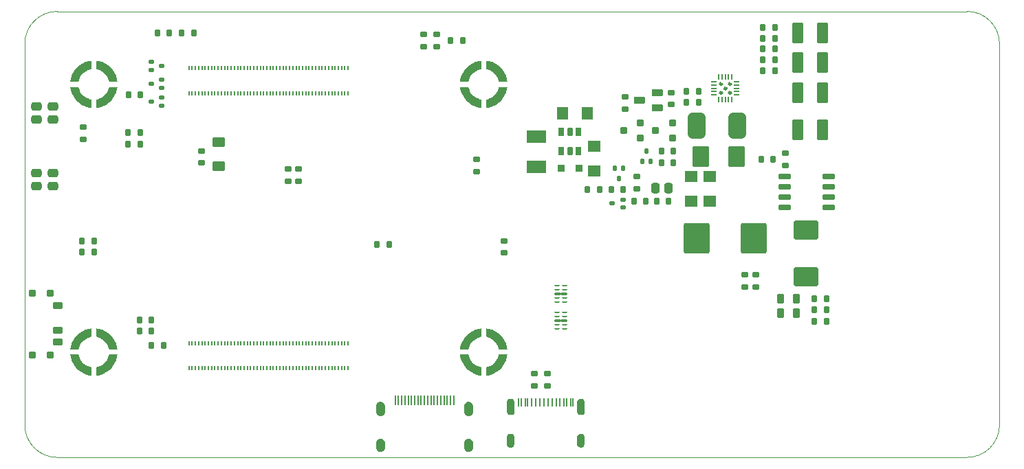
<source format=gtp>
G04*
G04 #@! TF.GenerationSoftware,Altium Limited,Altium Designer,22.2.1 (43)*
G04*
G04 Layer_Color=8421504*
%FSAX44Y44*%
%MOMM*%
G71*
G04*
G04 #@! TF.SameCoordinates,6FBE58D4-8AA7-4130-90BE-7BA939E9B375*
G04*
G04*
G04 #@! TF.FilePolarity,Positive*
G04*
G01*
G75*
%ADD12C,0.3000*%
%ADD19C,0.1000*%
G04:AMPARAMS|DCode=20|XSize=1.3mm|YSize=2.5mm|CornerRadius=0.052mm|HoleSize=0mm|Usage=FLASHONLY|Rotation=180.000|XOffset=0mm|YOffset=0mm|HoleType=Round|Shape=RoundedRectangle|*
%AMROUNDEDRECTD20*
21,1,1.3000,2.3960,0,0,180.0*
21,1,1.1960,2.5000,0,0,180.0*
1,1,0.1040,-0.5980,1.1980*
1,1,0.1040,0.5980,1.1980*
1,1,0.1040,0.5980,-1.1980*
1,1,0.1040,-0.5980,-1.1980*
%
%ADD20ROUNDEDRECTD20*%
G04:AMPARAMS|DCode=21|XSize=0.23mm|YSize=1.2mm|CornerRadius=0.0863mm|HoleSize=0mm|Usage=FLASHONLY|Rotation=0.000|XOffset=0mm|YOffset=0mm|HoleType=Round|Shape=RoundedRectangle|*
%AMROUNDEDRECTD21*
21,1,0.2300,1.0275,0,0,0.0*
21,1,0.0575,1.2000,0,0,0.0*
1,1,0.1725,0.0288,-0.5138*
1,1,0.1725,-0.0288,-0.5138*
1,1,0.1725,-0.0288,0.5138*
1,1,0.1725,0.0288,0.5138*
%
%ADD21ROUNDEDRECTD21*%
G04:AMPARAMS|DCode=22|XSize=0.25mm|YSize=1mm|CornerRadius=0.0938mm|HoleSize=0mm|Usage=FLASHONLY|Rotation=0.000|XOffset=0mm|YOffset=0mm|HoleType=Round|Shape=RoundedRectangle|*
%AMROUNDEDRECTD22*
21,1,0.2500,0.8125,0,0,0.0*
21,1,0.0625,1.0000,0,0,0.0*
1,1,0.1875,0.0313,-0.4063*
1,1,0.1875,-0.0313,-0.4063*
1,1,0.1875,-0.0313,0.4063*
1,1,0.1875,0.0313,0.4063*
%
%ADD22ROUNDEDRECTD22*%
G04:AMPARAMS|DCode=23|XSize=0.6mm|YSize=0.5mm|CornerRadius=0.125mm|HoleSize=0mm|Usage=FLASHONLY|Rotation=0.000|XOffset=0mm|YOffset=0mm|HoleType=Round|Shape=RoundedRectangle|*
%AMROUNDEDRECTD23*
21,1,0.6000,0.2500,0,0,0.0*
21,1,0.3500,0.5000,0,0,0.0*
1,1,0.2500,0.1750,-0.1250*
1,1,0.2500,-0.1750,-0.1250*
1,1,0.2500,-0.1750,0.1250*
1,1,0.2500,0.1750,0.1250*
%
%ADD23ROUNDEDRECTD23*%
G04:AMPARAMS|DCode=24|XSize=1.2mm|YSize=1.6mm|CornerRadius=0.24mm|HoleSize=0mm|Usage=FLASHONLY|Rotation=90.000|XOffset=0mm|YOffset=0mm|HoleType=Round|Shape=RoundedRectangle|*
%AMROUNDEDRECTD24*
21,1,1.2000,1.1200,0,0,90.0*
21,1,0.7200,1.6000,0,0,90.0*
1,1,0.4800,0.5600,0.3600*
1,1,0.4800,0.5600,-0.3600*
1,1,0.4800,-0.5600,-0.3600*
1,1,0.4800,-0.5600,0.3600*
%
%ADD24ROUNDEDRECTD24*%
G04:AMPARAMS|DCode=25|XSize=2mm|YSize=2.6mm|CornerRadius=0.2mm|HoleSize=0mm|Usage=FLASHONLY|Rotation=0.000|XOffset=0mm|YOffset=0mm|HoleType=Round|Shape=RoundedRectangle|*
%AMROUNDEDRECTD25*
21,1,2.0000,2.2000,0,0,0.0*
21,1,1.6000,2.6000,0,0,0.0*
1,1,0.4000,0.8000,-1.1000*
1,1,0.4000,-0.8000,-1.1000*
1,1,0.4000,-0.8000,1.1000*
1,1,0.4000,0.8000,1.1000*
%
%ADD25ROUNDEDRECTD25*%
G04:AMPARAMS|DCode=26|XSize=0.2mm|YSize=0.5mm|CornerRadius=0.075mm|HoleSize=0mm|Usage=FLASHONLY|Rotation=180.000|XOffset=0mm|YOffset=0mm|HoleType=Round|Shape=RoundedRectangle|*
%AMROUNDEDRECTD26*
21,1,0.2000,0.3500,0,0,180.0*
21,1,0.0500,0.5000,0,0,180.0*
1,1,0.1500,-0.0250,0.1750*
1,1,0.1500,0.0250,0.1750*
1,1,0.1500,0.0250,-0.1750*
1,1,0.1500,-0.0250,-0.1750*
%
%ADD26ROUNDEDRECTD26*%
G04:AMPARAMS|DCode=27|XSize=0.9mm|YSize=0.8mm|CornerRadius=0.2mm|HoleSize=0mm|Usage=FLASHONLY|Rotation=180.000|XOffset=0mm|YOffset=0mm|HoleType=Round|Shape=RoundedRectangle|*
%AMROUNDEDRECTD27*
21,1,0.9000,0.4000,0,0,180.0*
21,1,0.5000,0.8000,0,0,180.0*
1,1,0.4000,-0.2500,0.2000*
1,1,0.4000,0.2500,0.2000*
1,1,0.4000,0.2500,-0.2000*
1,1,0.4000,-0.2500,-0.2000*
%
%ADD27ROUNDEDRECTD27*%
G04:AMPARAMS|DCode=28|XSize=0.9mm|YSize=1.2mm|CornerRadius=0.225mm|HoleSize=0mm|Usage=FLASHONLY|Rotation=270.000|XOffset=0mm|YOffset=0mm|HoleType=Round|Shape=RoundedRectangle|*
%AMROUNDEDRECTD28*
21,1,0.9000,0.7500,0,0,270.0*
21,1,0.4500,1.2000,0,0,270.0*
1,1,0.4500,-0.3750,-0.2250*
1,1,0.4500,-0.3750,0.2250*
1,1,0.4500,0.3750,0.2250*
1,1,0.4500,0.3750,-0.2250*
%
%ADD28ROUNDEDRECTD28*%
G04:AMPARAMS|DCode=29|XSize=2.2mm|YSize=3.2mm|CornerRadius=0.55mm|HoleSize=0mm|Usage=FLASHONLY|Rotation=180.000|XOffset=0mm|YOffset=0mm|HoleType=Round|Shape=RoundedRectangle|*
%AMROUNDEDRECTD29*
21,1,2.2000,2.1000,0,0,180.0*
21,1,1.1000,3.2000,0,0,180.0*
1,1,1.1000,-0.5500,1.0500*
1,1,1.1000,0.5500,1.0500*
1,1,1.1000,0.5500,-1.0500*
1,1,1.1000,-0.5500,-1.0500*
%
%ADD29ROUNDEDRECTD29*%
G04:AMPARAMS|DCode=30|XSize=1.3mm|YSize=1.6mm|CornerRadius=0.052mm|HoleSize=0mm|Usage=FLASHONLY|Rotation=90.000|XOffset=0mm|YOffset=0mm|HoleType=Round|Shape=RoundedRectangle|*
%AMROUNDEDRECTD30*
21,1,1.3000,1.4960,0,0,90.0*
21,1,1.1960,1.6000,0,0,90.0*
1,1,0.1040,0.7480,0.5980*
1,1,0.1040,0.7480,-0.5980*
1,1,0.1040,-0.7480,-0.5980*
1,1,0.1040,-0.7480,0.5980*
%
%ADD30ROUNDEDRECTD30*%
G04:AMPARAMS|DCode=31|XSize=1mm|YSize=1.3mm|CornerRadius=0.25mm|HoleSize=0mm|Usage=FLASHONLY|Rotation=270.000|XOffset=0mm|YOffset=0mm|HoleType=Round|Shape=RoundedRectangle|*
%AMROUNDEDRECTD31*
21,1,1.0000,0.8000,0,0,270.0*
21,1,0.5000,1.3000,0,0,270.0*
1,1,0.5000,-0.4000,-0.2500*
1,1,0.5000,-0.4000,0.2500*
1,1,0.5000,0.4000,0.2500*
1,1,0.5000,0.4000,-0.2500*
%
%ADD31ROUNDEDRECTD31*%
G04:AMPARAMS|DCode=32|XSize=0.75mm|YSize=0.8mm|CornerRadius=0.1875mm|HoleSize=0mm|Usage=FLASHONLY|Rotation=270.000|XOffset=0mm|YOffset=0mm|HoleType=Round|Shape=RoundedRectangle|*
%AMROUNDEDRECTD32*
21,1,0.7500,0.4250,0,0,270.0*
21,1,0.3750,0.8000,0,0,270.0*
1,1,0.3750,-0.2125,-0.1875*
1,1,0.3750,-0.2125,0.1875*
1,1,0.3750,0.2125,0.1875*
1,1,0.3750,0.2125,-0.1875*
%
%ADD32ROUNDEDRECTD32*%
G04:AMPARAMS|DCode=33|XSize=0.8mm|YSize=0.9mm|CornerRadius=0.2mm|HoleSize=0mm|Usage=FLASHONLY|Rotation=90.000|XOffset=0mm|YOffset=0mm|HoleType=Round|Shape=RoundedRectangle|*
%AMROUNDEDRECTD33*
21,1,0.8000,0.5000,0,0,90.0*
21,1,0.4000,0.9000,0,0,90.0*
1,1,0.4000,0.2500,0.2000*
1,1,0.4000,0.2500,-0.2000*
1,1,0.4000,-0.2500,-0.2000*
1,1,0.4000,-0.2500,0.2000*
%
%ADD33ROUNDEDRECTD33*%
G04:AMPARAMS|DCode=34|XSize=0.7mm|YSize=0.2mm|CornerRadius=0.075mm|HoleSize=0mm|Usage=FLASHONLY|Rotation=0.000|XOffset=0mm|YOffset=0mm|HoleType=Round|Shape=RoundedRectangle|*
%AMROUNDEDRECTD34*
21,1,0.7000,0.0500,0,0,0.0*
21,1,0.5500,0.2000,0,0,0.0*
1,1,0.1500,0.2750,-0.0250*
1,1,0.1500,-0.2750,-0.0250*
1,1,0.1500,-0.2750,0.0250*
1,1,0.1500,0.2750,0.0250*
%
%ADD34ROUNDEDRECTD34*%
G04:AMPARAMS|DCode=35|XSize=0.7mm|YSize=0.2mm|CornerRadius=0.075mm|HoleSize=0mm|Usage=FLASHONLY|Rotation=90.000|XOffset=0mm|YOffset=0mm|HoleType=Round|Shape=RoundedRectangle|*
%AMROUNDEDRECTD35*
21,1,0.7000,0.0500,0,0,90.0*
21,1,0.5500,0.2000,0,0,90.0*
1,1,0.1500,0.0250,0.2750*
1,1,0.1500,0.0250,-0.2750*
1,1,0.1500,-0.0250,-0.2750*
1,1,0.1500,-0.0250,0.2750*
%
%ADD35ROUNDEDRECTD35*%
G04:AMPARAMS|DCode=36|XSize=0.9mm|YSize=1.4mm|CornerRadius=0.225mm|HoleSize=0mm|Usage=FLASHONLY|Rotation=270.000|XOffset=0mm|YOffset=0mm|HoleType=Round|Shape=RoundedRectangle|*
%AMROUNDEDRECTD36*
21,1,0.9000,0.9500,0,0,270.0*
21,1,0.4500,1.4000,0,0,270.0*
1,1,0.4500,-0.4750,-0.2250*
1,1,0.4500,-0.4750,0.2250*
1,1,0.4500,0.4750,0.2250*
1,1,0.4500,0.4750,-0.2250*
%
%ADD36ROUNDEDRECTD36*%
G04:AMPARAMS|DCode=37|XSize=0.9mm|YSize=1.4mm|CornerRadius=0.225mm|HoleSize=0mm|Usage=FLASHONLY|Rotation=270.000|XOffset=0mm|YOffset=0mm|HoleType=Round|Shape=RoundedRectangle|*
%AMROUNDEDRECTD37*
21,1,0.9000,0.9500,0,0,270.0*
21,1,0.4500,1.4000,0,0,270.0*
1,1,0.4500,-0.4750,-0.2250*
1,1,0.4500,-0.4750,0.2250*
1,1,0.4500,0.4750,0.2250*
1,1,0.4500,0.4750,-0.2250*
%
%ADD37ROUNDEDRECTD37*%
G04:AMPARAMS|DCode=38|XSize=0.75mm|YSize=0.8mm|CornerRadius=0.1875mm|HoleSize=0mm|Usage=FLASHONLY|Rotation=180.000|XOffset=0mm|YOffset=0mm|HoleType=Round|Shape=RoundedRectangle|*
%AMROUNDEDRECTD38*
21,1,0.7500,0.4250,0,0,180.0*
21,1,0.3750,0.8000,0,0,180.0*
1,1,0.3750,-0.1875,0.2125*
1,1,0.3750,0.1875,0.2125*
1,1,0.3750,0.1875,-0.2125*
1,1,0.3750,-0.1875,-0.2125*
%
%ADD38ROUNDEDRECTD38*%
G04:AMPARAMS|DCode=39|XSize=3.2mm|YSize=3.8mm|CornerRadius=0.32mm|HoleSize=0mm|Usage=FLASHONLY|Rotation=0.000|XOffset=0mm|YOffset=0mm|HoleType=Round|Shape=RoundedRectangle|*
%AMROUNDEDRECTD39*
21,1,3.2000,3.1600,0,0,0.0*
21,1,2.5600,3.8000,0,0,0.0*
1,1,0.6400,1.2800,-1.5800*
1,1,0.6400,-1.2800,-1.5800*
1,1,0.6400,-1.2800,1.5800*
1,1,0.6400,1.2800,1.5800*
%
%ADD39ROUNDEDRECTD39*%
G04:AMPARAMS|DCode=40|XSize=3.05mm|YSize=2.4mm|CornerRadius=0.3mm|HoleSize=0mm|Usage=FLASHONLY|Rotation=0.000|XOffset=0mm|YOffset=0mm|HoleType=Round|Shape=RoundedRectangle|*
%AMROUNDEDRECTD40*
21,1,3.0500,1.8000,0,0,0.0*
21,1,2.4500,2.4000,0,0,0.0*
1,1,0.6000,1.2250,-0.9000*
1,1,0.6000,-1.2250,-0.9000*
1,1,0.6000,-1.2250,0.9000*
1,1,0.6000,1.2250,0.9000*
%
%ADD40ROUNDEDRECTD40*%
G04:AMPARAMS|DCode=41|XSize=1.6mm|YSize=0.6mm|CornerRadius=0.15mm|HoleSize=0mm|Usage=FLASHONLY|Rotation=0.000|XOffset=0mm|YOffset=0mm|HoleType=Round|Shape=RoundedRectangle|*
%AMROUNDEDRECTD41*
21,1,1.6000,0.3000,0,0,0.0*
21,1,1.3000,0.6000,0,0,0.0*
1,1,0.3000,0.6500,-0.1500*
1,1,0.3000,-0.6500,-0.1500*
1,1,0.3000,-0.6500,0.1500*
1,1,0.3000,0.6500,0.1500*
%
%ADD41ROUNDEDRECTD41*%
G04:AMPARAMS|DCode=42|XSize=0.6mm|YSize=0.5mm|CornerRadius=0.125mm|HoleSize=0mm|Usage=FLASHONLY|Rotation=270.000|XOffset=0mm|YOffset=0mm|HoleType=Round|Shape=RoundedRectangle|*
%AMROUNDEDRECTD42*
21,1,0.6000,0.2500,0,0,270.0*
21,1,0.3500,0.5000,0,0,270.0*
1,1,0.2500,-0.1250,-0.1750*
1,1,0.2500,-0.1250,0.1750*
1,1,0.2500,0.1250,0.1750*
1,1,0.2500,0.1250,-0.1750*
%
%ADD42ROUNDEDRECTD42*%
G04:AMPARAMS|DCode=43|XSize=0.8mm|YSize=0.8mm|CornerRadius=0.012mm|HoleSize=0mm|Usage=FLASHONLY|Rotation=180.000|XOffset=0mm|YOffset=0mm|HoleType=Round|Shape=RoundedRectangle|*
%AMROUNDEDRECTD43*
21,1,0.8000,0.7760,0,0,180.0*
21,1,0.7760,0.8000,0,0,180.0*
1,1,0.0240,-0.3880,0.3880*
1,1,0.0240,0.3880,0.3880*
1,1,0.0240,0.3880,-0.3880*
1,1,0.0240,-0.3880,-0.3880*
%
%ADD43ROUNDEDRECTD43*%
%ADD44R,2.4000X1.5000*%
G04:AMPARAMS|DCode=45|XSize=0.75mm|YSize=1mm|CornerRadius=0.0488mm|HoleSize=0mm|Usage=FLASHONLY|Rotation=0.000|XOffset=0mm|YOffset=0mm|HoleType=Round|Shape=RoundedRectangle|*
%AMROUNDEDRECTD45*
21,1,0.7500,0.9025,0,0,0.0*
21,1,0.6525,1.0000,0,0,0.0*
1,1,0.0975,0.3263,-0.4513*
1,1,0.0975,-0.3263,-0.4513*
1,1,0.0975,-0.3263,0.4513*
1,1,0.0975,0.3263,0.4513*
%
%ADD45ROUNDEDRECTD45*%
G04:AMPARAMS|DCode=46|XSize=0.6mm|YSize=1mm|CornerRadius=0.051mm|HoleSize=0mm|Usage=FLASHONLY|Rotation=0.000|XOffset=0mm|YOffset=0mm|HoleType=Round|Shape=RoundedRectangle|*
%AMROUNDEDRECTD46*
21,1,0.6000,0.8980,0,0,0.0*
21,1,0.4980,1.0000,0,0,0.0*
1,1,0.1020,0.2490,-0.4490*
1,1,0.1020,-0.2490,-0.4490*
1,1,0.1020,-0.2490,0.4490*
1,1,0.1020,0.2490,0.4490*
%
%ADD46ROUNDEDRECTD46*%
G04:AMPARAMS|DCode=47|XSize=1mm|YSize=1.3mm|CornerRadius=0.25mm|HoleSize=0mm|Usage=FLASHONLY|Rotation=180.000|XOffset=0mm|YOffset=0mm|HoleType=Round|Shape=RoundedRectangle|*
%AMROUNDEDRECTD47*
21,1,1.0000,0.8000,0,0,180.0*
21,1,0.5000,1.3000,0,0,180.0*
1,1,0.5000,-0.2500,0.4000*
1,1,0.5000,0.2500,0.4000*
1,1,0.5000,0.2500,-0.4000*
1,1,0.5000,-0.2500,-0.4000*
%
%ADD47ROUNDEDRECTD47*%
G04:AMPARAMS|DCode=48|XSize=0.675mm|YSize=0.2mm|CornerRadius=0.05mm|HoleSize=0mm|Usage=FLASHONLY|Rotation=180.000|XOffset=0mm|YOffset=0mm|HoleType=Round|Shape=RoundedRectangle|*
%AMROUNDEDRECTD48*
21,1,0.6750,0.1000,0,0,180.0*
21,1,0.5750,0.2000,0,0,180.0*
1,1,0.1000,-0.2875,0.0500*
1,1,0.1000,0.2875,0.0500*
1,1,0.1000,0.2875,-0.0500*
1,1,0.1000,-0.2875,-0.0500*
%
%ADD48ROUNDEDRECTD48*%
G04:AMPARAMS|DCode=49|XSize=0.775mm|YSize=0.4mm|CornerRadius=0.1mm|HoleSize=0mm|Usage=FLASHONLY|Rotation=180.000|XOffset=0mm|YOffset=0mm|HoleType=Round|Shape=RoundedRectangle|*
%AMROUNDEDRECTD49*
21,1,0.7750,0.2000,0,0,180.0*
21,1,0.5750,0.4000,0,0,180.0*
1,1,0.2000,-0.2875,0.1000*
1,1,0.2000,0.2875,0.1000*
1,1,0.2000,0.2875,-0.1000*
1,1,0.2000,-0.2875,-0.1000*
%
%ADD49ROUNDEDRECTD49*%
G04:AMPARAMS|DCode=50|XSize=1.3mm|YSize=1.6mm|CornerRadius=0.052mm|HoleSize=0mm|Usage=FLASHONLY|Rotation=0.000|XOffset=0mm|YOffset=0mm|HoleType=Round|Shape=RoundedRectangle|*
%AMROUNDEDRECTD50*
21,1,1.3000,1.4960,0,0,0.0*
21,1,1.1960,1.6000,0,0,0.0*
1,1,0.1040,0.5980,-0.7480*
1,1,0.1040,-0.5980,-0.7480*
1,1,0.1040,-0.5980,0.7480*
1,1,0.1040,0.5980,0.7480*
%
%ADD50ROUNDEDRECTD50*%
G04:AMPARAMS|DCode=51|XSize=0.85mm|YSize=1.25mm|CornerRadius=0.17mm|HoleSize=0mm|Usage=FLASHONLY|Rotation=0.000|XOffset=0mm|YOffset=0mm|HoleType=Round|Shape=RoundedRectangle|*
%AMROUNDEDRECTD51*
21,1,0.8500,0.9100,0,0,0.0*
21,1,0.5100,1.2500,0,0,0.0*
1,1,0.3400,0.2550,-0.4550*
1,1,0.3400,-0.2550,-0.4550*
1,1,0.3400,-0.2550,0.4550*
1,1,0.3400,0.2550,0.4550*
%
%ADD51ROUNDEDRECTD51*%
G36*
X00570700Y00488744D02*
X00575439Y00487382D01*
X00579882Y00485243D01*
X00583904Y00482391D01*
X00587391Y00478904D01*
X00590243Y00474882D01*
X00592382Y00470439D01*
X00593744Y00465700D01*
X00594019Y00463250D01*
X00583720D01*
X00583416Y00464674D01*
X00582486Y00467433D01*
X00581145Y00470016D01*
X00579426Y00472365D01*
X00577368Y00474424D01*
X00575019Y00476143D01*
X00572436Y00477485D01*
X00569678Y00478415D01*
X00568253Y00478719D01*
X00568253Y00478719D01*
X00568250Y00489019D01*
X00570700Y00488744D01*
D02*
G37*
G36*
X00561750Y00489019D02*
X00561750Y00478720D01*
X00560326Y00478416D01*
X00557567Y00477486D01*
X00554984Y00476145D01*
X00552635Y00474426D01*
X00550577Y00472368D01*
X00548857Y00470019D01*
X00547515Y00467436D01*
X00546585Y00464678D01*
X00546281Y00463253D01*
X00546281D01*
X00535981Y00463250D01*
X00536256Y00465700D01*
X00537619Y00470439D01*
X00539757Y00474882D01*
X00542609Y00478904D01*
X00546096Y00482391D01*
X00550118Y00485243D01*
X00554561Y00487382D01*
X00559300Y00488744D01*
X00561750Y00489019D01*
D01*
X00561750D01*
X00561750D01*
D02*
G37*
G36*
X00090700Y00488744D02*
X00095439Y00487382D01*
X00099882Y00485243D01*
X00103904Y00482391D01*
X00107391Y00478904D01*
X00110244Y00474882D01*
X00112381Y00470439D01*
X00113744Y00465700D01*
X00114019Y00463250D01*
X00103720D01*
X00103416Y00464674D01*
X00102486Y00467433D01*
X00101145Y00470016D01*
X00099426Y00472365D01*
X00097368Y00474424D01*
X00095019Y00476143D01*
X00092436Y00477485D01*
X00089678Y00478415D01*
X00088253Y00478719D01*
X00088253Y00478719D01*
X00088250Y00489019D01*
X00090700Y00488744D01*
D02*
G37*
G36*
X00081750Y00489019D02*
X00081750Y00478720D01*
X00080326Y00478416D01*
X00077567Y00477486D01*
X00074984Y00476145D01*
X00072635Y00474426D01*
X00070577Y00472368D01*
X00068857Y00470019D01*
X00067516Y00467436D01*
X00066585Y00464678D01*
X00066281Y00463253D01*
X00066281D01*
X00055981Y00463250D01*
X00056256Y00465700D01*
X00057619Y00470439D01*
X00059756Y00474882D01*
X00062609Y00478904D01*
X00066096Y00482391D01*
X00070118Y00485243D01*
X00074561Y00487382D01*
X00079300Y00488744D01*
X00081750Y00489019D01*
D01*
X00081750D01*
X00081750D01*
D02*
G37*
G36*
X00593744Y00454300D02*
X00592382Y00449561D01*
X00590243Y00445118D01*
X00587391Y00441096D01*
X00583904Y00437609D01*
X00579882Y00434757D01*
X00575439Y00432618D01*
X00570700Y00431256D01*
X00568250Y00430981D01*
X00568250D01*
X00568250Y00441280D01*
X00569674Y00441584D01*
X00572433Y00442514D01*
X00575017Y00443855D01*
X00577365Y00445574D01*
X00579424Y00447632D01*
X00581143Y00449981D01*
X00582485Y00452564D01*
X00583415Y00455322D01*
X00583719Y00456747D01*
X00583719D01*
X00594019Y00456750D01*
X00593744Y00454300D01*
D02*
G37*
G36*
X00546584Y00455326D02*
X00547514Y00452567D01*
X00548855Y00449984D01*
X00550574Y00447635D01*
X00552632Y00445576D01*
X00554981Y00443857D01*
X00557564Y00442515D01*
X00560322Y00441585D01*
X00561747Y00441281D01*
X00561747D01*
X00561750Y00430981D01*
X00559300Y00431256D01*
X00554561Y00432618D01*
X00550118Y00434757D01*
X00546096Y00437609D01*
X00542609Y00441096D01*
X00539757Y00445118D01*
X00537619Y00449561D01*
X00536256Y00454300D01*
X00535981Y00456750D01*
X00546280D01*
X00546584Y00455326D01*
D02*
G37*
G36*
X00113744Y00454300D02*
X00112381Y00449561D01*
X00110244Y00445118D01*
X00107391Y00441096D01*
X00103904Y00437609D01*
X00099882Y00434757D01*
X00095439Y00432618D01*
X00090700Y00431256D01*
X00088250Y00430981D01*
X00088250D01*
X00088250Y00441280D01*
X00089675Y00441584D01*
X00092433Y00442514D01*
X00095016Y00443855D01*
X00097365Y00445574D01*
X00099424Y00447632D01*
X00101144Y00449981D01*
X00102485Y00452564D01*
X00103415Y00455322D01*
X00103719Y00456747D01*
X00103719D01*
X00114019Y00456750D01*
X00113744Y00454300D01*
D02*
G37*
G36*
X00066584Y00455326D02*
X00067514Y00452567D01*
X00068855Y00449984D01*
X00070574Y00447635D01*
X00072632Y00445576D01*
X00074981Y00443857D01*
X00077564Y00442515D01*
X00080322Y00441585D01*
X00081747Y00441281D01*
X00081747D01*
X00081750Y00430981D01*
X00079300Y00431256D01*
X00074561Y00432618D01*
X00070118Y00434757D01*
X00066096Y00437609D01*
X00062609Y00441096D01*
X00059756Y00445118D01*
X00057619Y00449561D01*
X00056256Y00454300D01*
X00055981Y00456750D01*
X00066280D01*
X00066584Y00455326D01*
D02*
G37*
G36*
X00570700Y00158744D02*
X00575439Y00157381D01*
X00579882Y00155244D01*
X00583904Y00152391D01*
X00587391Y00148904D01*
X00590243Y00144882D01*
X00592382Y00140439D01*
X00593744Y00135700D01*
X00594019Y00133250D01*
X00583720D01*
X00583416Y00134674D01*
X00582486Y00137433D01*
X00581145Y00140016D01*
X00579426Y00142365D01*
X00577368Y00144424D01*
X00575019Y00146144D01*
X00572436Y00147485D01*
X00569678Y00148415D01*
X00568253Y00148719D01*
X00568253Y00148719D01*
X00568250Y00159019D01*
X00570700Y00158744D01*
D02*
G37*
G36*
X00561750Y00159019D02*
X00561750Y00148720D01*
X00560326Y00148416D01*
X00557567Y00147486D01*
X00554984Y00146145D01*
X00552635Y00144426D01*
X00550577Y00142368D01*
X00548857Y00140019D01*
X00547515Y00137436D01*
X00546585Y00134678D01*
X00546281Y00133253D01*
X00546281D01*
X00535981Y00133250D01*
X00536256Y00135700D01*
X00537619Y00140439D01*
X00539757Y00144882D01*
X00542609Y00148904D01*
X00546096Y00152391D01*
X00550118Y00155244D01*
X00554561Y00157381D01*
X00559300Y00158744D01*
X00561750Y00159019D01*
D01*
X00561750D01*
X00561750D01*
D02*
G37*
G36*
X00090700Y00158744D02*
X00095439Y00157381D01*
X00099882Y00155244D01*
X00103904Y00152391D01*
X00107391Y00148904D01*
X00110244Y00144882D01*
X00112381Y00140439D01*
X00113744Y00135700D01*
X00114019Y00133250D01*
X00103720D01*
X00103416Y00134674D01*
X00102486Y00137433D01*
X00101145Y00140016D01*
X00099426Y00142365D01*
X00097368Y00144424D01*
X00095019Y00146144D01*
X00092436Y00147485D01*
X00089678Y00148415D01*
X00088253Y00148719D01*
X00088253Y00148719D01*
X00088250Y00159019D01*
X00090700Y00158744D01*
D02*
G37*
G36*
X00081750Y00159019D02*
X00081750Y00148720D01*
X00080326Y00148416D01*
X00077567Y00147486D01*
X00074984Y00146145D01*
X00072635Y00144426D01*
X00070577Y00142368D01*
X00068857Y00140019D01*
X00067516Y00137436D01*
X00066585Y00134678D01*
X00066281Y00133253D01*
X00066281D01*
X00055981Y00133250D01*
X00056256Y00135700D01*
X00057619Y00140439D01*
X00059756Y00144882D01*
X00062609Y00148904D01*
X00066096Y00152391D01*
X00070118Y00155244D01*
X00074561Y00157381D01*
X00079300Y00158744D01*
X00081750Y00159019D01*
D01*
X00081750D01*
X00081750D01*
D02*
G37*
G36*
X00593744Y00124300D02*
X00592382Y00119561D01*
X00590243Y00115118D01*
X00587391Y00111096D01*
X00583904Y00107609D01*
X00579882Y00104756D01*
X00575439Y00102619D01*
X00570700Y00101256D01*
X00568250Y00100982D01*
X00568250D01*
X00568250Y00111280D01*
X00569674Y00111584D01*
X00572433Y00112514D01*
X00575017Y00113855D01*
X00577365Y00115574D01*
X00579424Y00117632D01*
X00581143Y00119981D01*
X00582485Y00122564D01*
X00583415Y00125322D01*
X00583719Y00126747D01*
X00583719D01*
X00594019Y00126750D01*
X00593744Y00124300D01*
D02*
G37*
G36*
X00546584Y00125326D02*
X00547514Y00122567D01*
X00548855Y00119984D01*
X00550574Y00117635D01*
X00552632Y00115576D01*
X00554981Y00113856D01*
X00557564Y00112515D01*
X00560322Y00111585D01*
X00561747Y00111281D01*
X00561747D01*
X00561750Y00100982D01*
X00559300Y00101256D01*
X00554561Y00102619D01*
X00550118Y00104756D01*
X00546096Y00107609D01*
X00542609Y00111096D01*
X00539757Y00115118D01*
X00537619Y00119561D01*
X00536256Y00124300D01*
X00535981Y00126750D01*
X00546280D01*
X00546584Y00125326D01*
D02*
G37*
G36*
X00113744Y00124300D02*
X00112381Y00119561D01*
X00110244Y00115118D01*
X00107391Y00111096D01*
X00103904Y00107609D01*
X00099882Y00104756D01*
X00095439Y00102619D01*
X00090700Y00101256D01*
X00088250Y00100982D01*
X00088250D01*
X00088250Y00111280D01*
X00089675Y00111584D01*
X00092433Y00112514D01*
X00095016Y00113855D01*
X00097365Y00115574D01*
X00099424Y00117632D01*
X00101144Y00119981D01*
X00102485Y00122564D01*
X00103415Y00125322D01*
X00103719Y00126747D01*
X00103719D01*
X00114019Y00126750D01*
X00113744Y00124300D01*
D02*
G37*
G36*
X00066584Y00125326D02*
X00067514Y00122567D01*
X00068855Y00119984D01*
X00070574Y00117635D01*
X00072632Y00115576D01*
X00074981Y00113856D01*
X00077564Y00112515D01*
X00080322Y00111585D01*
X00081747Y00111281D01*
X00081747D01*
X00081750Y00100982D01*
X00079300Y00101256D01*
X00074561Y00102619D01*
X00070118Y00104756D01*
X00066096Y00107609D01*
X00062609Y00111096D01*
X00059756Y00115118D01*
X00057619Y00119561D01*
X00056256Y00124300D01*
X00055981Y00126750D01*
X00066280D01*
X00066584Y00125326D01*
D02*
G37*
G36*
X00549283Y00067694D02*
X00550884Y00066093D01*
X00551750Y00064002D01*
X00551750Y00062870D01*
X00551750Y00056250D01*
X00551750Y00056250D01*
Y00055206D01*
X00550951Y00053276D01*
X00549474Y00051799D01*
X00547544Y00051000D01*
X00546500Y00051000D01*
X00545368Y00051000D01*
X00543277Y00051866D01*
X00541676Y00053467D01*
X00540810Y00055558D01*
X00540810Y00056690D01*
X00540810Y00063310D01*
X00540810Y00064354D01*
X00541609Y00066284D01*
X00543086Y00067761D01*
X00545016Y00068560D01*
X00546060Y00068560D01*
X00547192Y00068560D01*
X00549283Y00067694D01*
D02*
G37*
G36*
X00440783D02*
X00442384Y00066093D01*
X00443250Y00064002D01*
X00443250Y00062870D01*
X00443250Y00056250D01*
X00443250Y00056250D01*
Y00055206D01*
X00442451Y00053276D01*
X00440974Y00051799D01*
X00439044Y00051000D01*
X00438000Y00051000D01*
X00436868Y00051000D01*
X00434777Y00051866D01*
X00433176Y00053467D01*
X00432310Y00055558D01*
X00432310Y00056690D01*
X00432310Y00063310D01*
X00432310Y00064354D01*
X00433109Y00066284D01*
X00434586Y00067761D01*
X00436516Y00068560D01*
X00437560Y00068560D01*
X00438692Y00068560D01*
X00440783Y00067694D01*
D02*
G37*
G36*
X00687340Y00071777D02*
X00688676Y00070441D01*
X00689399Y00068695D01*
Y00067750D01*
Y00056500D01*
X00689399Y00056500D01*
Y00055655D01*
X00688752Y00054093D01*
X00687557Y00052897D01*
X00685995Y00052250D01*
X00684399D01*
X00683504Y00052250D01*
X00681850Y00052936D01*
X00680584Y00054201D01*
X00679899Y00055855D01*
Y00056750D01*
Y00067750D01*
X00679899Y00068695D01*
X00680622Y00070441D01*
X00681958Y00071777D01*
X00683704Y00072500D01*
X00684649Y00072500D01*
X00685594D01*
X00687340Y00071777D01*
D02*
G37*
G36*
X00600940D02*
X00602276Y00070441D01*
X00602999Y00068695D01*
Y00067750D01*
Y00056500D01*
X00602999Y00056500D01*
Y00055655D01*
X00602352Y00054093D01*
X00601157Y00052897D01*
X00599595Y00052250D01*
X00597999D01*
X00597104Y00052250D01*
X00595450Y00052936D01*
X00594184Y00054201D01*
X00593499Y00055855D01*
Y00056750D01*
Y00067750D01*
X00593499Y00068695D01*
X00594222Y00070441D01*
X00595559Y00071777D01*
X00597304Y00072500D01*
X00598249Y00072500D01*
X00599194D01*
X00600940Y00071777D01*
D02*
G37*
G36*
X00684649Y00029250D02*
X00684649Y00029250D01*
X00685594Y00029250D01*
X00687340Y00028527D01*
X00688676Y00027191D01*
X00689399Y00025445D01*
X00689399Y00024500D01*
X00689399Y00016750D01*
X00689399Y00016750D01*
Y00015805D01*
X00688676Y00014060D01*
X00687340Y00012723D01*
X00685594Y00012000D01*
X00684649D01*
X00683704Y00012000D01*
X00681958Y00012723D01*
X00680622Y00014060D01*
X00679899Y00015805D01*
X00679899Y00016750D01*
X00679899Y00024500D01*
X00679899Y00025445D01*
X00680622Y00027191D01*
X00681958Y00028527D01*
X00683704Y00029250D01*
X00684649Y00029250D01*
D02*
G37*
G36*
X00598249D02*
X00598249Y00029250D01*
X00599194Y00029250D01*
X00600940Y00028527D01*
X00602276Y00027191D01*
X00602999Y00025445D01*
X00602999Y00024500D01*
X00602999Y00016750D01*
X00602999Y00016750D01*
Y00015805D01*
X00602276Y00014060D01*
X00600940Y00012723D01*
X00599194Y00012000D01*
X00598249D01*
X00597304Y00012000D01*
X00595558Y00012723D01*
X00594222Y00014060D01*
X00593499Y00015805D01*
X00593499Y00016750D01*
X00593499Y00024500D01*
X00593499Y00025445D01*
X00594222Y00027191D01*
X00595559Y00028527D01*
X00597304Y00029250D01*
X00598249Y00029250D01*
D02*
G37*
G36*
X00546000Y00023000D02*
X00546500Y00023000D01*
X00546500Y00023000D01*
X00547544Y00023000D01*
X00549474Y00022201D01*
X00550951Y00020724D01*
X00551750Y00018794D01*
X00551750Y00017750D01*
X00551750Y00012250D01*
X00551750Y00012250D01*
Y00011206D01*
X00550951Y00009276D01*
X00549474Y00007799D01*
X00547544Y00007000D01*
X00546000D01*
X00546000Y00007000D01*
X00544968D01*
X00543060Y00007790D01*
X00541600Y00009250D01*
X00540810Y00011158D01*
Y00012190D01*
Y00017810D01*
X00540810Y00018842D01*
X00541600Y00020750D01*
X00543060Y00022210D01*
X00544968Y00023000D01*
X00546000Y00023000D01*
D02*
G37*
G36*
X00437500D02*
X00438000Y00023000D01*
X00438000Y00023000D01*
X00439044Y00023000D01*
X00440974Y00022201D01*
X00442451Y00020724D01*
X00443250Y00018794D01*
X00443250Y00017750D01*
X00443250Y00012250D01*
X00443250Y00012250D01*
Y00011206D01*
X00442451Y00009276D01*
X00440974Y00007799D01*
X00439044Y00007000D01*
X00437500D01*
X00437500Y00007000D01*
X00436468D01*
X00434560Y00007790D01*
X00433100Y00009250D01*
X00432310Y00011158D01*
Y00012190D01*
Y00017810D01*
X00432310Y00018842D01*
X00433100Y00020750D01*
X00434560Y00022210D01*
X00436468Y00023000D01*
X00437500Y00023000D01*
D02*
G37*
%LPC*%
G36*
X00540810Y00063310D02*
Y00063310D01*
D01*
Y00063310D01*
D02*
G37*
G36*
X00432310D02*
Y00063310D01*
D01*
Y00063310D01*
D02*
G37*
%LPD*%
D12*
X00863750Y00455000D02*
G03*
X00863750Y00455000I-00001250J00000000D01*
G01*
X00858250Y00449500D02*
G03*
X00858250Y00449500I-00001250J00000000D01*
G01*
X00869250D02*
G03*
X00869250Y00449500I-00001250J00000000D01*
G01*
Y00460500D02*
G03*
X00869250Y00460500I-00001250J00000000D01*
G01*
X00858250D02*
G03*
X00858250Y00460500I-00001250J00000000D01*
G01*
D19*
X01160000Y00000000D02*
G03*
X01200000Y00040000I00000000J00040000D01*
G01*
X01200000Y00510000D02*
G03*
X01160000Y00550000I-00040000J00000000D01*
G01*
X00000000Y00040000D02*
G03*
X00040000Y-00000000I00040000J00000000D01*
G01*
Y00550000D02*
G03*
X00000000Y00510000I00000000J-00040000D01*
G01*
X01200000Y00040000D02*
X01200000Y00510000D01*
X00040000Y-00000000D02*
X01160000Y00000000D01*
X00040000Y00550000D02*
X01160000Y00550000D01*
X-00000000Y00510000D02*
X00000000Y00040000D01*
X01160000Y00000000D02*
G03*
X01200000Y00040000I00000000J00040000D01*
G01*
X01200000Y00510000D02*
G03*
X01160000Y00550000I-00040000J00000000D01*
G01*
X00000000Y00040000D02*
G03*
X00040000Y-00000000I00040000J00000000D01*
G01*
Y00550000D02*
G03*
X00000000Y00510000I00000000J-00040000D01*
G01*
X01200000Y00040000D02*
X01200000Y00510000D01*
X00040000Y-00000000D02*
X01160000Y00000000D01*
X00040000Y00550000D02*
X01160000Y00550000D01*
X-00000000Y00510000D02*
X00000000Y00040000D01*
D20*
X00982250Y00487000D02*
D03*
X00951750D02*
D03*
X00982250Y00450000D02*
D03*
X00951750D02*
D03*
X00982250Y00404000D02*
D03*
X00951750D02*
D03*
X00981948Y00523757D02*
D03*
X00951448D02*
D03*
D21*
X00528000Y00070500D02*
D03*
X00524000D02*
D03*
X00520000D02*
D03*
X00516000D02*
D03*
X00512000D02*
D03*
X00508000D02*
D03*
X00504000D02*
D03*
X00500000D02*
D03*
X00496000D02*
D03*
X00492000D02*
D03*
X00488000D02*
D03*
X00484000D02*
D03*
X00480000D02*
D03*
X00476000D02*
D03*
X00472000D02*
D03*
X00468000D02*
D03*
X00464000D02*
D03*
X00460000D02*
D03*
X00456000D02*
D03*
D22*
X00672000Y00067500D02*
D03*
X00611000Y00067500D02*
D03*
X00619000Y00067500D02*
D03*
X00624000Y00067500D02*
D03*
X00634000D02*
D03*
X00649000Y00067500D02*
D03*
X00659000Y00067500D02*
D03*
X00664000D02*
D03*
X00675000Y00067500D02*
D03*
X00667000D02*
D03*
X00654000D02*
D03*
X00644000Y00067500D02*
D03*
X00639000D02*
D03*
X00629000D02*
D03*
X00616000D02*
D03*
X00608000D02*
D03*
D23*
X00155500Y00488000D02*
D03*
Y00478000D02*
D03*
X00168500Y00483000D02*
D03*
X00736250Y00308000D02*
D03*
Y00318000D02*
D03*
X00723250Y00313000D02*
D03*
X00155500Y00439000D02*
D03*
X00168500Y00444000D02*
D03*
Y00434000D02*
D03*
X00155500Y00461000D02*
D03*
X00168500Y00466000D02*
D03*
Y00456000D02*
D03*
D24*
X00238500Y00358940D02*
D03*
Y00388940D02*
D03*
D25*
X00832000Y00371000D02*
D03*
X00876000D02*
D03*
D26*
X00202000Y00110000D02*
D03*
Y00140800D02*
D03*
X00206000Y00110000D02*
D03*
Y00140800D02*
D03*
X00210000Y00110000D02*
D03*
Y00140800D02*
D03*
X00214000Y00110000D02*
D03*
Y00140800D02*
D03*
X00218000Y00110000D02*
D03*
Y00140800D02*
D03*
X00222000Y00110000D02*
D03*
Y00140800D02*
D03*
X00226000Y00110000D02*
D03*
Y00140800D02*
D03*
X00230000Y00110000D02*
D03*
Y00140800D02*
D03*
X00234000Y00110000D02*
D03*
Y00140800D02*
D03*
X00238000Y00110000D02*
D03*
Y00140800D02*
D03*
X00242000Y00110000D02*
D03*
Y00140800D02*
D03*
X00246000Y00110000D02*
D03*
Y00140800D02*
D03*
X00250000Y00110000D02*
D03*
Y00140800D02*
D03*
X00254000Y00110000D02*
D03*
Y00140800D02*
D03*
X00258000Y00110000D02*
D03*
Y00140800D02*
D03*
X00262000Y00110000D02*
D03*
Y00140800D02*
D03*
X00266000Y00110000D02*
D03*
Y00140800D02*
D03*
X00270000Y00110000D02*
D03*
Y00140800D02*
D03*
X00274000Y00110000D02*
D03*
Y00140800D02*
D03*
X00278000Y00110000D02*
D03*
Y00140800D02*
D03*
X00282000Y00110000D02*
D03*
Y00140800D02*
D03*
X00286000Y00110000D02*
D03*
Y00140800D02*
D03*
X00290000Y00110000D02*
D03*
Y00140800D02*
D03*
X00294000Y00110000D02*
D03*
Y00140800D02*
D03*
X00298000Y00110000D02*
D03*
Y00140800D02*
D03*
X00302000Y00110000D02*
D03*
Y00140800D02*
D03*
X00306000Y00110000D02*
D03*
Y00140800D02*
D03*
X00310000Y00110000D02*
D03*
Y00140800D02*
D03*
X00314000Y00110000D02*
D03*
Y00140800D02*
D03*
X00318000Y00110000D02*
D03*
Y00140800D02*
D03*
X00322000Y00110000D02*
D03*
Y00140800D02*
D03*
X00326000Y00110000D02*
D03*
Y00140800D02*
D03*
X00330000Y00110000D02*
D03*
Y00140800D02*
D03*
X00334000Y00110000D02*
D03*
Y00140800D02*
D03*
X00338000Y00110000D02*
D03*
Y00140800D02*
D03*
X00342000Y00110000D02*
D03*
Y00140800D02*
D03*
X00346000Y00110000D02*
D03*
Y00140800D02*
D03*
X00350000Y00110000D02*
D03*
Y00140800D02*
D03*
X00354000Y00110000D02*
D03*
Y00140800D02*
D03*
X00358000Y00110000D02*
D03*
Y00140800D02*
D03*
X00362000Y00110000D02*
D03*
Y00140800D02*
D03*
X00366000Y00110000D02*
D03*
Y00140800D02*
D03*
X00370000Y00110000D02*
D03*
Y00140800D02*
D03*
X00374000Y00110000D02*
D03*
Y00140800D02*
D03*
X00378000Y00110000D02*
D03*
Y00140800D02*
D03*
X00382000Y00110000D02*
D03*
Y00140800D02*
D03*
X00386000Y00110000D02*
D03*
Y00140800D02*
D03*
X00390000Y00110000D02*
D03*
Y00140800D02*
D03*
X00394000Y00110000D02*
D03*
Y00140800D02*
D03*
X00398000Y00110000D02*
D03*
Y00140800D02*
D03*
X00202000Y00449200D02*
D03*
Y00480000D02*
D03*
X00206000Y00449200D02*
D03*
Y00480000D02*
D03*
X00210000Y00449200D02*
D03*
Y00480000D02*
D03*
X00214000Y00449200D02*
D03*
Y00480000D02*
D03*
X00218000Y00449200D02*
D03*
Y00480000D02*
D03*
X00222000Y00449200D02*
D03*
Y00480000D02*
D03*
X00226000Y00449200D02*
D03*
Y00480000D02*
D03*
X00230000Y00449200D02*
D03*
Y00480000D02*
D03*
X00234000Y00449200D02*
D03*
Y00480000D02*
D03*
X00238000Y00449200D02*
D03*
Y00480000D02*
D03*
X00242000Y00449200D02*
D03*
Y00480000D02*
D03*
X00246000Y00449200D02*
D03*
Y00480000D02*
D03*
X00250000Y00449200D02*
D03*
Y00480000D02*
D03*
X00254000Y00449200D02*
D03*
Y00480000D02*
D03*
X00258000Y00449200D02*
D03*
Y00480000D02*
D03*
X00262000Y00449200D02*
D03*
Y00480000D02*
D03*
X00266000Y00449200D02*
D03*
Y00480000D02*
D03*
X00270000Y00449200D02*
D03*
Y00480000D02*
D03*
X00274000Y00449200D02*
D03*
Y00480000D02*
D03*
X00278000Y00449200D02*
D03*
Y00480000D02*
D03*
X00282000Y00449200D02*
D03*
Y00480000D02*
D03*
X00286000Y00449200D02*
D03*
Y00480000D02*
D03*
X00290000Y00449200D02*
D03*
Y00480000D02*
D03*
X00294000Y00449200D02*
D03*
Y00480000D02*
D03*
X00298000Y00449200D02*
D03*
Y00480000D02*
D03*
X00302000Y00449200D02*
D03*
Y00480000D02*
D03*
X00306000Y00449200D02*
D03*
Y00480000D02*
D03*
X00310000Y00449200D02*
D03*
Y00480000D02*
D03*
X00314000Y00449200D02*
D03*
Y00480000D02*
D03*
X00318000Y00449200D02*
D03*
Y00480000D02*
D03*
X00322000Y00449200D02*
D03*
Y00480000D02*
D03*
X00326000Y00449200D02*
D03*
Y00480000D02*
D03*
X00330000Y00449200D02*
D03*
Y00480000D02*
D03*
X00334000Y00449200D02*
D03*
Y00480000D02*
D03*
X00338000Y00449200D02*
D03*
Y00480000D02*
D03*
X00342000Y00449200D02*
D03*
Y00480000D02*
D03*
X00346000Y00449200D02*
D03*
Y00480000D02*
D03*
X00350000Y00449200D02*
D03*
Y00480000D02*
D03*
X00354000Y00449200D02*
D03*
Y00480000D02*
D03*
X00358000Y00449200D02*
D03*
Y00480000D02*
D03*
X00362000Y00449200D02*
D03*
Y00480000D02*
D03*
X00366000Y00449200D02*
D03*
Y00480000D02*
D03*
X00370000Y00449200D02*
D03*
Y00480000D02*
D03*
X00374000Y00449200D02*
D03*
Y00480000D02*
D03*
X00378000Y00449200D02*
D03*
Y00480000D02*
D03*
X00382000Y00449200D02*
D03*
Y00480000D02*
D03*
X00386000Y00449200D02*
D03*
Y00480000D02*
D03*
X00390000Y00449200D02*
D03*
Y00480000D02*
D03*
X00394000Y00449200D02*
D03*
Y00480000D02*
D03*
X00398000Y00449200D02*
D03*
Y00480000D02*
D03*
D27*
X00009500Y00126500D02*
D03*
X00031500D02*
D03*
X00009500Y00202500D02*
D03*
X00031500D02*
D03*
D28*
X00041000Y00142000D02*
D03*
Y00157000D02*
D03*
Y00187000D02*
D03*
D29*
X00827000Y00409000D02*
D03*
X00877000D02*
D03*
D30*
X00843000Y00315750D02*
D03*
Y00346250D02*
D03*
X00820000Y00315750D02*
D03*
Y00346250D02*
D03*
X00700750Y00353500D02*
D03*
Y00384000D02*
D03*
D31*
X00034500Y00350500D02*
D03*
Y00334500D02*
D03*
X00014000Y00350500D02*
D03*
Y00334500D02*
D03*
X00034500Y00417000D02*
D03*
Y00433000D02*
D03*
X00014000Y00417000D02*
D03*
Y00433000D02*
D03*
D32*
X00324000Y00340750D02*
D03*
Y00355750D02*
D03*
X00556500Y00367500D02*
D03*
Y00352500D02*
D03*
X00753387Y00331475D02*
D03*
Y00346475D02*
D03*
X00337250Y00355750D02*
D03*
Y00340750D02*
D03*
X00738750Y00429750D02*
D03*
Y00444750D02*
D03*
X00796000Y00450000D02*
D03*
Y00435000D02*
D03*
X00900000Y00225000D02*
D03*
Y00210000D02*
D03*
X00886000Y00225000D02*
D03*
Y00210000D02*
D03*
X00071500Y00407250D02*
D03*
Y00392250D02*
D03*
X00642999Y00088000D02*
D03*
Y00103000D02*
D03*
X00626999Y00088000D02*
D03*
Y00103000D02*
D03*
X00217500Y00377940D02*
D03*
Y00362940D02*
D03*
X00590000Y00252000D02*
D03*
Y00267000D02*
D03*
X00507000Y00521500D02*
D03*
Y00506500D02*
D03*
X00491000Y00521500D02*
D03*
Y00506500D02*
D03*
X00936500Y00375000D02*
D03*
Y00360000D02*
D03*
D33*
X00776500Y00403000D02*
D03*
X00797500Y00412500D02*
D03*
Y00393500D02*
D03*
X00758000D02*
D03*
Y00412500D02*
D03*
X00737000Y00403000D02*
D03*
D34*
X00848500Y00463000D02*
D03*
Y00447000D02*
D03*
Y00451000D02*
D03*
Y00455000D02*
D03*
Y00459000D02*
D03*
X00876500Y00447000D02*
D03*
Y00459000D02*
D03*
Y00451000D02*
D03*
Y00463000D02*
D03*
Y00455000D02*
D03*
D35*
X00862500Y00441000D02*
D03*
X00858500D02*
D03*
X00854500D02*
D03*
X00870500D02*
D03*
X00866500D02*
D03*
X00870500Y00469000D02*
D03*
X00866500D02*
D03*
X00862500D02*
D03*
X00858500D02*
D03*
X00854500Y00469000D02*
D03*
D36*
X00757250Y00440500D02*
D03*
X00778750Y00431000D02*
D03*
D37*
Y00450000D02*
D03*
D38*
X00987000Y00196000D02*
D03*
X00972000D02*
D03*
X00906500Y00367500D02*
D03*
X00921500D02*
D03*
X00707500Y00330250D02*
D03*
X00692500D02*
D03*
X00764750Y00315500D02*
D03*
X00749750D02*
D03*
X00792750D02*
D03*
X00777750D02*
D03*
X00141000Y00155500D02*
D03*
X00156000D02*
D03*
X00798750Y00377500D02*
D03*
X00783750D02*
D03*
X00829500Y00451000D02*
D03*
X00814500D02*
D03*
X00923500Y00517000D02*
D03*
X00908500D02*
D03*
X00829500Y00437500D02*
D03*
X00814500D02*
D03*
X00085500Y00253000D02*
D03*
X00070500D02*
D03*
X00070500Y00267000D02*
D03*
X00085500D02*
D03*
X00156000Y00169500D02*
D03*
X00141000D02*
D03*
X00171000Y00138000D02*
D03*
X00156000D02*
D03*
X00127500Y00447500D02*
D03*
X00142500D02*
D03*
X00142000Y00400500D02*
D03*
X00127000D02*
D03*
X00142000Y00386500D02*
D03*
X00127000D02*
D03*
X00783750Y00363500D02*
D03*
X00798750D02*
D03*
X00923500Y00490000D02*
D03*
X00908500D02*
D03*
X00163000Y00523500D02*
D03*
X00178000D02*
D03*
X00908500Y00503500D02*
D03*
X00923500D02*
D03*
Y00530500D02*
D03*
X00908500D02*
D03*
Y00476500D02*
D03*
X00923500D02*
D03*
X00208000Y00523500D02*
D03*
X00193000D02*
D03*
X00524250Y00513750D02*
D03*
X00539250D02*
D03*
X00987000Y00182000D02*
D03*
X00972000D02*
D03*
X00987000Y00168000D02*
D03*
X00972000D02*
D03*
X00448500Y00263000D02*
D03*
X00433500D02*
D03*
X00736750Y00330250D02*
D03*
X00721750D02*
D03*
D39*
X00827500Y00270500D02*
D03*
X00897500D02*
D03*
D40*
X00962000Y00280250D02*
D03*
Y00222750D02*
D03*
D41*
X00989500Y00346050D02*
D03*
Y00333350D02*
D03*
Y00320650D02*
D03*
Y00307950D02*
D03*
X00935500D02*
D03*
Y00320650D02*
D03*
Y00333350D02*
D03*
Y00346050D02*
D03*
D42*
X00731750Y00343500D02*
D03*
X00726750Y00356500D02*
D03*
X00736750D02*
D03*
X00765500Y00378000D02*
D03*
X00770500Y00365000D02*
D03*
X00760500D02*
D03*
D43*
X00682500Y00356750D02*
D03*
X00660000D02*
D03*
D44*
X00629500Y00358250D02*
D03*
Y00395250D02*
D03*
D45*
X00660750Y00377750D02*
D03*
X00681250D02*
D03*
X00681250Y00401250D02*
D03*
X00660750D02*
D03*
D46*
X00671000D02*
D03*
Y00377750D02*
D03*
D47*
X00776750Y00332250D02*
D03*
X00792750D02*
D03*
D48*
X00664375Y00191500D02*
D03*
Y00196500D02*
D03*
X00664375Y00206500D02*
D03*
Y00211500D02*
D03*
X00655625Y00211500D02*
D03*
Y00206500D02*
D03*
X00655625Y00196500D02*
D03*
Y00191500D02*
D03*
X00664375Y00158500D02*
D03*
Y00163500D02*
D03*
X00664375Y00173500D02*
D03*
Y00178500D02*
D03*
X00655625Y00178500D02*
D03*
Y00173500D02*
D03*
X00655625Y00163500D02*
D03*
Y00158500D02*
D03*
D49*
X00663875Y00201500D02*
D03*
X00656125D02*
D03*
X00663875Y00168500D02*
D03*
X00656125D02*
D03*
D50*
X00661750Y00424000D02*
D03*
X00692250D02*
D03*
D51*
X00930500Y00177500D02*
D03*
X00949500D02*
D03*
X00930500Y00196000D02*
D03*
X00949500D02*
D03*
M02*

</source>
